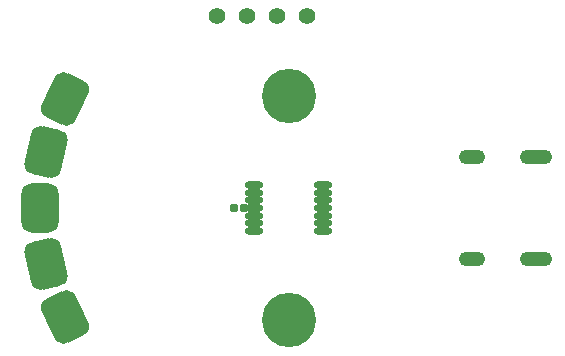
<source format=gbs>
G04*
G04 #@! TF.GenerationSoftware,Altium Limited,Altium Designer,21.5.1 (32)*
G04*
G04 Layer_Color=16711935*
%FSLAX25Y25*%
%MOIN*%
G70*
G04*
G04 #@! TF.SameCoordinates,9F226A22-D70E-441E-867E-09538FDFB880*
G04*
G04*
G04 #@! TF.FilePolarity,Negative*
G04*
G01*
G75*
G04:AMPARAMS|DCode=51|XSize=27.26mil|YSize=28.84mil|CornerRadius=8.32mil|HoleSize=0mil|Usage=FLASHONLY|Rotation=270.000|XOffset=0mil|YOffset=0mil|HoleType=Round|Shape=RoundedRectangle|*
%AMROUNDEDRECTD51*
21,1,0.02726,0.01221,0,0,270.0*
21,1,0.01063,0.02884,0,0,270.0*
1,1,0.01663,-0.00610,-0.00532*
1,1,0.01663,-0.00610,0.00532*
1,1,0.01663,0.00610,0.00532*
1,1,0.01663,0.00610,-0.00532*
%
%ADD51ROUNDEDRECTD51*%
G04:AMPARAMS|DCode=69|XSize=163.48mil|YSize=124.11mil|CornerRadius=32.53mil|HoleSize=0mil|Usage=FLASHONLY|Rotation=244.000|XOffset=0mil|YOffset=0mil|HoleType=Round|Shape=RoundedRectangle|*
%AMROUNDEDRECTD69*
21,1,0.16348,0.05906,0,0,244.0*
21,1,0.09843,0.12411,0,0,244.0*
1,1,0.06506,-0.04811,-0.03129*
1,1,0.06506,-0.00497,0.05718*
1,1,0.06506,0.04811,0.03129*
1,1,0.06506,0.00497,-0.05718*
%
%ADD69ROUNDEDRECTD69*%
G04:AMPARAMS|DCode=70|XSize=163.48mil|YSize=124.11mil|CornerRadius=32.53mil|HoleSize=0mil|Usage=FLASHONLY|Rotation=257.000|XOffset=0mil|YOffset=0mil|HoleType=Round|Shape=RoundedRectangle|*
%AMROUNDEDRECTD70*
21,1,0.16348,0.05906,0,0,257.0*
21,1,0.09843,0.12411,0,0,257.0*
1,1,0.06506,-0.03984,-0.04131*
1,1,0.06506,-0.01770,0.05459*
1,1,0.06506,0.03984,0.04131*
1,1,0.06506,0.01770,-0.05459*
%
%ADD70ROUNDEDRECTD70*%
G04:AMPARAMS|DCode=71|XSize=163.48mil|YSize=124.11mil|CornerRadius=32.53mil|HoleSize=0mil|Usage=FLASHONLY|Rotation=270.000|XOffset=0mil|YOffset=0mil|HoleType=Round|Shape=RoundedRectangle|*
%AMROUNDEDRECTD71*
21,1,0.16348,0.05906,0,0,270.0*
21,1,0.09843,0.12411,0,0,270.0*
1,1,0.06506,-0.02953,-0.04921*
1,1,0.06506,-0.02953,0.04921*
1,1,0.06506,0.02953,0.04921*
1,1,0.06506,0.02953,-0.04921*
%
%ADD71ROUNDEDRECTD71*%
G04:AMPARAMS|DCode=72|XSize=163.48mil|YSize=124.11mil|CornerRadius=32.53mil|HoleSize=0mil|Usage=FLASHONLY|Rotation=283.000|XOffset=0mil|YOffset=0mil|HoleType=Round|Shape=RoundedRectangle|*
%AMROUNDEDRECTD72*
21,1,0.16348,0.05906,0,0,283.0*
21,1,0.09843,0.12411,0,0,283.0*
1,1,0.06506,-0.01770,-0.05459*
1,1,0.06506,-0.03984,0.04131*
1,1,0.06506,0.01770,0.05459*
1,1,0.06506,0.03984,-0.04131*
%
%ADD72ROUNDEDRECTD72*%
G04:AMPARAMS|DCode=73|XSize=163.48mil|YSize=124.11mil|CornerRadius=32.53mil|HoleSize=0mil|Usage=FLASHONLY|Rotation=296.000|XOffset=0mil|YOffset=0mil|HoleType=Round|Shape=RoundedRectangle|*
%AMROUNDEDRECTD73*
21,1,0.16348,0.05906,0,0,296.0*
21,1,0.09843,0.12411,0,0,296.0*
1,1,0.06506,-0.00497,-0.05718*
1,1,0.06506,-0.04811,0.03129*
1,1,0.06506,0.00497,0.05718*
1,1,0.06506,0.04811,-0.03129*
%
%ADD73ROUNDEDRECTD73*%
G04:AMPARAMS|DCode=76|XSize=49.31mil|YSize=108.36mil|CornerRadius=24.65mil|HoleSize=0mil|Usage=FLASHONLY|Rotation=90.000|XOffset=0mil|YOffset=0mil|HoleType=Round|Shape=RoundedRectangle|*
%AMROUNDEDRECTD76*
21,1,0.04931,0.05906,0,0,90.0*
21,1,0.00000,0.10836,0,0,90.0*
1,1,0.04931,0.02953,0.00000*
1,1,0.04931,0.02953,0.00000*
1,1,0.04931,-0.02953,0.00000*
1,1,0.04931,-0.02953,0.00000*
%
%ADD76ROUNDEDRECTD76*%
G04:AMPARAMS|DCode=77|XSize=49.31mil|YSize=88.68mil|CornerRadius=24.65mil|HoleSize=0mil|Usage=FLASHONLY|Rotation=90.000|XOffset=0mil|YOffset=0mil|HoleType=Round|Shape=RoundedRectangle|*
%AMROUNDEDRECTD77*
21,1,0.04931,0.03937,0,0,90.0*
21,1,0.00000,0.08868,0,0,90.0*
1,1,0.04931,0.01968,0.00000*
1,1,0.04931,0.01968,0.00000*
1,1,0.04931,-0.01968,0.00000*
1,1,0.04931,-0.01968,0.00000*
%
%ADD77ROUNDEDRECTD77*%
%ADD78C,0.05521*%
%ADD79C,0.18100*%
%ADD80C,0.01800*%
%ADD97O,0.06112X0.02372*%
D51*
X-14965Y0D02*
D03*
X-18035D02*
D03*
D69*
X-74600Y36385D02*
D03*
D70*
X-80873Y18671D02*
D03*
D71*
X-83000Y0D02*
D03*
D72*
X-80873Y-18671D02*
D03*
D73*
X-74600Y-36385D02*
D03*
D76*
X82374Y17008D02*
D03*
Y-17008D02*
D03*
D77*
X61272Y17008D02*
D03*
Y-17008D02*
D03*
D78*
X-24000Y64000D02*
D03*
X-14000D02*
D03*
X-4000D02*
D03*
X6000D02*
D03*
D79*
X0Y-37402D02*
D03*
Y37402D02*
D03*
D80*
X-76326Y32846D02*
D03*
X-72874Y39923D02*
D03*
X-74600Y36385D02*
D03*
X-79864Y34572D02*
D03*
X-76413Y41649D02*
D03*
X-78139Y38111D02*
D03*
X-72787Y31120D02*
D03*
X-69336Y38197D02*
D03*
X-71061Y34659D02*
D03*
X-81758Y14835D02*
D03*
X-79987Y22507D02*
D03*
X-80873Y18671D02*
D03*
X-85594Y15721D02*
D03*
X-83823Y23393D02*
D03*
X-84709Y19557D02*
D03*
X-77922Y13949D02*
D03*
X-76151Y21621D02*
D03*
X-77037Y17785D02*
D03*
X-83000Y-3937D02*
D03*
Y3937D02*
D03*
Y0D02*
D03*
X-86937Y-3937D02*
D03*
Y3937D02*
D03*
Y0D02*
D03*
X-79063Y-3937D02*
D03*
Y3937D02*
D03*
Y0D02*
D03*
X-79987Y-22507D02*
D03*
X-81758Y-14835D02*
D03*
X-80873Y-18671D02*
D03*
X-83823Y-23393D02*
D03*
X-85594Y-15721D02*
D03*
X-84709Y-19557D02*
D03*
X-76151Y-21621D02*
D03*
X-77922Y-13949D02*
D03*
X-77037Y-17785D02*
D03*
X-72874Y-39923D02*
D03*
X-76326Y-32846D02*
D03*
X-74600Y-36385D02*
D03*
X-76413Y-41649D02*
D03*
X-79864Y-34572D02*
D03*
X-78139Y-38111D02*
D03*
X-69336Y-38197D02*
D03*
X-72787Y-31120D02*
D03*
X-71061Y-34659D02*
D03*
D97*
X11614Y7677D02*
D03*
Y5118D02*
D03*
Y2559D02*
D03*
Y0D02*
D03*
Y-2559D02*
D03*
Y-5118D02*
D03*
Y-7677D02*
D03*
X-11614Y7677D02*
D03*
Y5118D02*
D03*
Y2559D02*
D03*
Y0D02*
D03*
Y-2559D02*
D03*
Y-5118D02*
D03*
Y-7677D02*
D03*
M02*

</source>
